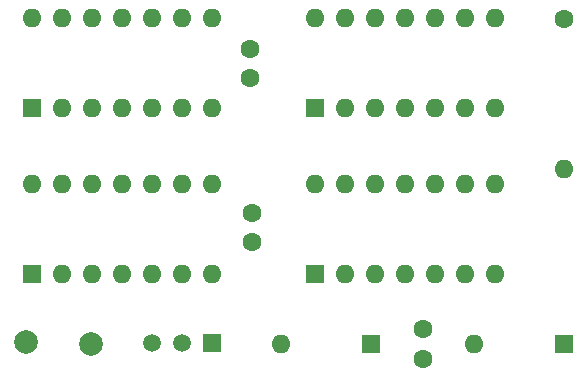
<source format=gbs>
G04 #@! TF.GenerationSoftware,KiCad,Pcbnew,7.0.7*
G04 #@! TF.CreationDate,2023-11-20T01:19:09+00:00*
G04 #@! TF.ProjectId,N2Graphics,4e324772-6170-4686-9963-732e6b696361,1.0*
G04 #@! TF.SameCoordinates,Original*
G04 #@! TF.FileFunction,Soldermask,Bot*
G04 #@! TF.FilePolarity,Negative*
%FSLAX46Y46*%
G04 Gerber Fmt 4.6, Leading zero omitted, Abs format (unit mm)*
G04 Created by KiCad (PCBNEW 7.0.7) date 2023-11-20 01:19:09*
%MOMM*%
%LPD*%
G01*
G04 APERTURE LIST*
%ADD10C,2.000000*%
%ADD11R,1.500000X1.500000*%
%ADD12C,1.500000*%
%ADD13R,1.600000X1.600000*%
%ADD14O,1.600000X1.600000*%
%ADD15C,1.600000*%
G04 APERTURE END LIST*
D10*
X111488750Y-75813352D03*
D11*
X127268962Y-75914216D03*
D12*
X124728962Y-75914216D03*
X122188962Y-75914216D03*
D13*
X136000000Y-56000000D03*
D14*
X138540000Y-56000000D03*
X141080000Y-56000000D03*
X143620000Y-56000000D03*
X146160000Y-56000000D03*
X148700000Y-56000000D03*
X151240000Y-56000000D03*
X151240000Y-48380000D03*
X148700000Y-48380000D03*
X146160000Y-48380000D03*
X143620000Y-48380000D03*
X141080000Y-48380000D03*
X138540000Y-48380000D03*
X136000000Y-48380000D03*
D10*
X116971788Y-75962828D03*
D13*
X140719794Y-76000000D03*
D14*
X133099794Y-76000000D03*
D15*
X130447432Y-50944283D03*
X130447432Y-53444283D03*
D13*
X112000000Y-56000000D03*
D14*
X114540000Y-56000000D03*
X117080000Y-56000000D03*
X119620000Y-56000000D03*
X122160000Y-56000000D03*
X124700000Y-56000000D03*
X127240000Y-56000000D03*
X127240000Y-48380000D03*
X124700000Y-48380000D03*
X122160000Y-48380000D03*
X119620000Y-48380000D03*
X117080000Y-48380000D03*
X114540000Y-48380000D03*
X112000000Y-48380000D03*
D15*
X130623978Y-64834547D03*
X130623978Y-67334547D03*
D13*
X112000000Y-70000000D03*
D14*
X114540000Y-70000000D03*
X117080000Y-70000000D03*
X119620000Y-70000000D03*
X122160000Y-70000000D03*
X124700000Y-70000000D03*
X127240000Y-70000000D03*
X127240000Y-62380000D03*
X124700000Y-62380000D03*
X122160000Y-62380000D03*
X119620000Y-62380000D03*
X117080000Y-62380000D03*
X114540000Y-62380000D03*
X112000000Y-62380000D03*
D13*
X157042130Y-76000000D03*
D14*
X149422130Y-76000000D03*
D15*
X145133336Y-77194891D03*
X145133336Y-74694891D03*
D13*
X136000000Y-70000000D03*
D14*
X138540000Y-70000000D03*
X141080000Y-70000000D03*
X143620000Y-70000000D03*
X146160000Y-70000000D03*
X148700000Y-70000000D03*
X151240000Y-70000000D03*
X151240000Y-62380000D03*
X148700000Y-62380000D03*
X146160000Y-62380000D03*
X143620000Y-62380000D03*
X141080000Y-62380000D03*
X138540000Y-62380000D03*
X136000000Y-62380000D03*
D15*
X157050096Y-48473501D03*
D14*
X157050096Y-61173501D03*
M02*

</source>
